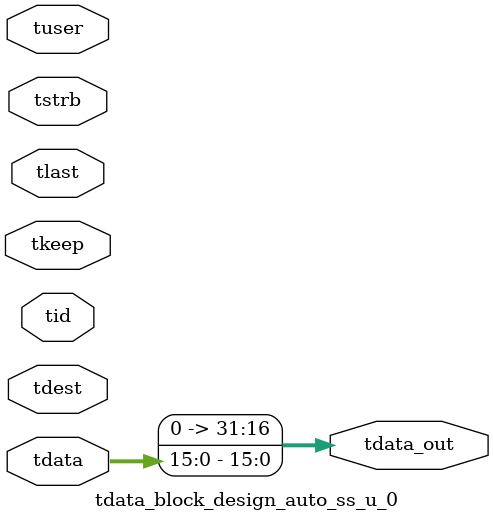
<source format=v>


`timescale 1ps/1ps

module tdata_block_design_auto_ss_u_0 #
(
parameter C_S_AXIS_TDATA_WIDTH = 32,
parameter C_S_AXIS_TUSER_WIDTH = 0,
parameter C_S_AXIS_TID_WIDTH   = 0,
parameter C_S_AXIS_TDEST_WIDTH = 0,
parameter C_M_AXIS_TDATA_WIDTH = 32
)
(
input  [(C_S_AXIS_TDATA_WIDTH == 0 ? 1 : C_S_AXIS_TDATA_WIDTH)-1:0     ] tdata,
input  [(C_S_AXIS_TUSER_WIDTH == 0 ? 1 : C_S_AXIS_TUSER_WIDTH)-1:0     ] tuser,
input  [(C_S_AXIS_TID_WIDTH   == 0 ? 1 : C_S_AXIS_TID_WIDTH)-1:0       ] tid,
input  [(C_S_AXIS_TDEST_WIDTH == 0 ? 1 : C_S_AXIS_TDEST_WIDTH)-1:0     ] tdest,
input  [(C_S_AXIS_TDATA_WIDTH/8)-1:0 ] tkeep,
input  [(C_S_AXIS_TDATA_WIDTH/8)-1:0 ] tstrb,
input                                                                    tlast,
output [C_M_AXIS_TDATA_WIDTH-1:0] tdata_out
);

assign tdata_out = {tdata[15:0]};

endmodule


</source>
